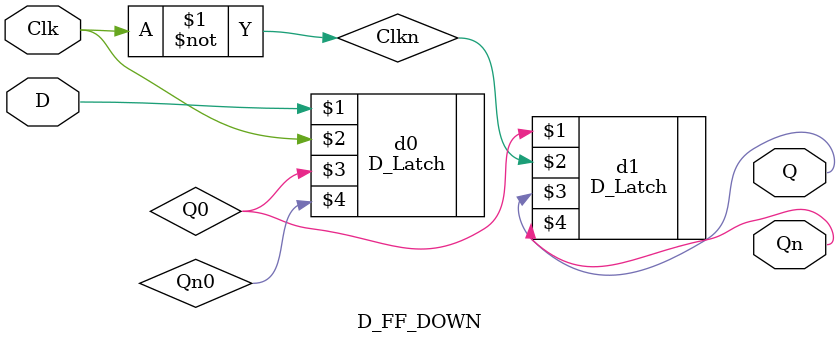
<source format=v>
`timescale 1ns / 1ps


module D_FF_DOWN(D,Clk,Q,Qn);
input D,Clk;
output Q,Qn;
wire Clkn,Q0,Qn0;
not i0(Clkn,Clk);
D_Latch d0(D,Clk,Q0,Qn0);
D_Latch d1(Q0,Clkn,Q,Qn);
endmodule


</source>
